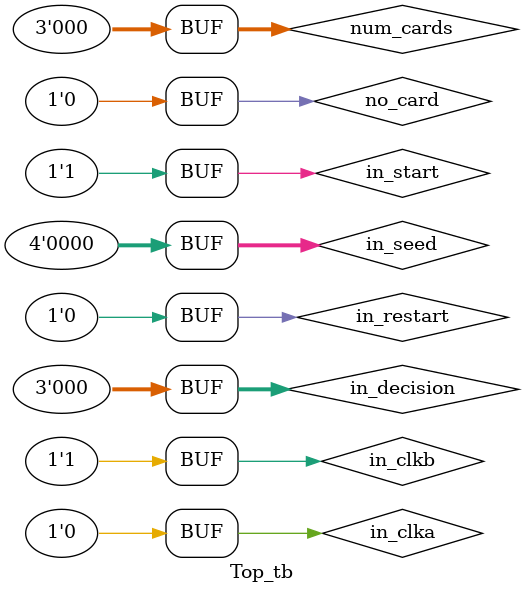
<source format=v>
module Top_tb();
    // Inputs to top_module
    reg  in_clka, in_clkb, in_restart, in_start, no_card;
    reg [2:0] in_decision;
    reg [2:0] num_cards;
    reg [3:0] in_seed;
    // Outputs from top_module
    wire [1:0] winner; 
    wire [2:0] P2_num_cards;
//    wire [3:0] state;
//    wire [2:0] gen_state;
    wire [5:0] top_card; 
    wire [23:0] P1_out;
    //create a top FSM system instance
    Project_Top p1 (.in_clka (in_clka),
           .in_clkb (in_clkb),
           .in_restart (in_restart),
           .in_start (in_start),
           .seed(in_seed),
           .P1_no (no_card),
           .P1_decision (in_decision),
           .num_cards (num_cards),
           .P1_out (P1_out),
           .max_card (top_card),
           .P2_num_cards (P2_num_cards),
           .winner (winner)
    );

    initial
    begin
        // cycle 0
        in_restart = 0;
        in_start = 0; 
        in_decision = 3'b0;
        num_cards = 3'b0;
        no_card = 0;
        // in_seed = 28'b0;
        in_clka = 0; in_clkb = 0; #10;
        in_clka = 1; in_clkb = 0; #10;
        in_clka = 0; in_clkb = 0; #10;
        in_clka = 0; in_clkb = 1; #10;


        // Cycle 1
        in_restart = 1;
        in_clka = 0; in_clkb = 0; #10;
        in_clka = 1; in_clkb = 0; #10;
        in_clka = 0; in_clkb = 0; #10;
        in_clka = 0; in_clkb = 1; #10;

        // Cycle 2 
        in_restart = 0;
        in_start = 1;
        in_clka = 0; in_clkb = 0; #10;
        in_clka = 1; in_clkb = 0; #10;
        in_clka = 0; in_clkb = 0; #10;
        in_clka = 0; in_clkb = 1; #10;

        // Cycle 3 (seed of 1)
        in_start = 0;
        in_seed = 4'b0001;
        in_clka = 0; in_clkb = 0; #10;
        in_clka = 1; in_clkb = 0; #10;
        in_clka = 0; in_clkb = 0; #10;
        in_clka = 0; in_clkb = 1; #10;

        // Cycle 4
        in_seed = 4'b0000;
        in_clka = 0; in_clkb = 0; #10;
        in_clka = 1; in_clkb = 0; #10;
        in_clka = 0; in_clkb = 0; #10;
        in_clka = 0; in_clkb = 1; #10;

        // Cycle 5
        in_clka = 0; in_clkb = 0; #10;
        in_clka = 1; in_clkb = 0; #10;
        in_clka = 0; in_clkb = 0; #10;
        in_clka = 0; in_clkb = 1; #10;

        // Cycle 6
        in_clka = 0; in_clkb = 0; #10;
        in_clka = 1; in_clkb = 0; #10;
        in_clka = 0; in_clkb = 0; #10;
        in_clka = 0; in_clkb = 1; #10;

        // Cycle 7
        in_clka = 0; in_clkb = 0; #10;
        in_clka = 1; in_clkb = 0; #10;
        in_clka = 0; in_clkb = 0; #10;
        in_clka = 0; in_clkb = 1; #10;

        // Cycle 8
        in_clka = 0; in_clkb = 0; #10;
        in_clka = 1; in_clkb = 0; #10;
        in_clka = 0; in_clkb = 0; #10;
        in_clka = 0; in_clkb = 1; #10;

        // Cycle 9
        in_clka = 0; in_clkb = 0; #10;
        in_clka = 1; in_clkb = 0; #10;
        in_clka = 0; in_clkb = 0; #10;
        in_clka = 0; in_clkb = 1; #10;

        // Cycle 10
        in_clka = 0; in_clkb = 0; #10;
        in_clka = 1; in_clkb = 0; #10;
        in_clka = 0; in_clkb = 0; #10;
        in_clka = 0; in_clkb = 1; #10;

        // cycle 11
        in_clka = 0; in_clkb = 0; #10;
        in_clka = 1; in_clkb = 0; #10;
        in_clka = 0; in_clkb = 0; #10;
        in_clka = 0; in_clkb = 1; #10;

        // Cycle 12
        in_clka = 0; in_clkb = 0; #10;
        in_clka = 1; in_clkb = 0; #10;
        in_clka = 0; in_clkb = 0; #10;
        in_clka = 0; in_clkb = 1; #10;

        // Cycle 13
        in_clka = 0; in_clkb = 0; #10;
        in_clka = 1; in_clkb = 0; #10;
        in_clka = 0; in_clkb = 0; #10;
        in_clka = 0; in_clkb = 1; #10;

        // Cycle 14
        in_clka = 0; in_clkb = 0; #10;
        in_clka = 1; in_clkb = 0; #10;
        in_clka = 0; in_clkb = 0; #10;
        in_clka = 0; in_clkb = 1; #10;

        // Cycle 15
        in_clka = 0; in_clkb = 0; #10;
        in_clka = 1; in_clkb = 0; #10;
        in_clka = 0; in_clkb = 0; #10;
        in_clka = 0; in_clkb = 1; #10;

        // Cycle 16
        in_clka = 0; in_clkb = 0; #10;
        in_clka = 1; in_clkb = 0; #10;
        in_clka = 0; in_clkb = 0; #10;
        in_clka = 0; in_clkb = 1; #10;

        // Cycle 17
        in_clka = 0; in_clkb = 0; #10;
        in_clka = 1; in_clkb = 0; #10;
        in_clka = 0; in_clkb = 0; #10;
        in_clka = 0; in_clkb = 1; #10;

        // cycle 18
        in_clka = 0; in_clkb = 0; #10;
        in_clka = 1; in_clkb = 0; #10;
        in_clka = 0; in_clkb = 0; #10;
        in_clka = 0; in_clkb = 1; #10;

        // cycle 19
        in_clka = 0; in_clkb = 0; #10;
        in_clka = 1; in_clkb = 0; #10;
        in_clka = 0; in_clkb = 0; #10;
        in_clka = 0; in_clkb = 1; #10;

        // cycle 20
        num_cards = 3'b100;
        in_clka = 0; in_clkb = 0; #10;
        in_clka = 1; in_clkb = 0; #10;
        in_clka = 0; in_clkb = 0; #10;
        in_clka = 0; in_clkb = 1; #10;

        // cycle 21 (P1 down card 1)
        in_decision = 3'b001;
        num_cards = 3'b0;
        in_clka = 0; in_clkb = 0; #10;
        in_clka = 1; in_clkb = 0; #10;
        in_clka = 0; in_clkb = 0; #10;
        in_clka = 0; in_clkb = 1; #10;

        // cycle 22 (Wait for round to finish)
        in_decision = 3'b000;
        in_clka = 0; in_clkb = 0; #10;
        in_clka = 1; in_clkb = 0; #10;
        in_clka = 0; in_clkb = 0; #10;
        in_clka = 0; in_clkb = 1; #10;

        // cycle 23 (Wait for round to finish)
        in_clka = 0; in_clkb = 0; #10;
        in_clka = 1; in_clkb = 0; #10;
        in_clka = 0; in_clkb = 0; #10;
        in_clka = 0; in_clkb = 1; #10;

        // cycle 24 (Wait for round to finish)
        in_clka = 0; in_clkb = 0; #10;
        in_clka = 1; in_clkb = 0; #10;
        in_clka = 0; in_clkb = 0; #10;
        in_clka = 0; in_clkb = 1; #10;

        // cycle 25 (Wait for round to finish)
        in_clka = 0; in_clkb = 0; #10;
        in_clka = 1; in_clkb = 0; #10;
        in_clka = 0; in_clkb = 0; #10;
        in_clka = 0; in_clkb = 1; #10;
        
        // cycle 26 (Wait for round to finish)
        in_clka = 0; in_clkb = 0; #10;
        in_clka = 1; in_clkb = 0; #10;
        in_clka = 0; in_clkb = 0; #10;
        in_clka = 0; in_clkb = 1; #10;

        // cycle 27 (Wait for round to finish)
        in_clka = 0; in_clkb = 0; #10;
        in_clka = 1; in_clkb = 0; #10;
        in_clka = 0; in_clkb = 0; #10;
        in_clka = 0; in_clkb = 1; #10;

        // cycle 28 (Wait for round to finish)
        in_clka = 0; in_clkb = 0; #10;
        in_clka = 1; in_clkb = 0; #10;
        in_clka = 0; in_clkb = 0; #10;
        in_clka = 0; in_clkb = 1; #10;

        // cycle 29 (Wait for round to finish)
        in_clka = 0; in_clkb = 0; #10;
        in_clka = 1; in_clkb = 0; #10;
        in_clka = 0; in_clkb = 0; #10;
        in_clka = 0; in_clkb = 1; #10;

        // cycle 30 (Player 1 puts down card 4)
        in_decision = 3'b100;
        in_clka = 0; in_clkb = 0; #10;
        in_clka = 1; in_clkb = 0; #10;
        in_clka = 0; in_clkb = 0; #10;
        in_clka = 0; in_clkb = 1; #10;

        // cycle 31 (Wait for round to finish)
        in_decision = 3'b000;
        in_clka = 0; in_clkb = 0; #10;
        in_clka = 1; in_clkb = 0; #10;
        in_clka = 0; in_clkb = 0; #10;
        in_clka = 0; in_clkb = 1; #10;

        // cycle 32 (Wait for round to finish)
        in_clka = 0; in_clkb = 0; #10;
        in_clka = 1; in_clkb = 0; #10;
        in_clka = 0; in_clkb = 0; #10;
        in_clka = 0; in_clkb = 1; #10;

        // cycle 33 (Wait for round to finish)
        in_clka = 0; in_clkb = 0; #10;
        in_clka = 1; in_clkb = 0; #10;
        in_clka = 0; in_clkb = 0; #10;
        in_clka = 0; in_clkb = 1; #10;

        // cycle 34 (Wait for round to finish)
        in_clka = 0; in_clkb = 0; #10;
        in_clka = 1; in_clkb = 0; #10;
        in_clka = 0; in_clkb = 0; #10;
        in_clka = 0; in_clkb = 1; #10;

        // cycle 35 (Wait for round to finish)
        in_clka = 0; in_clkb = 0; #10;
        in_clka = 1; in_clkb = 0; #10;
        in_clka = 0; in_clkb = 0; #10;
        in_clka = 0; in_clkb = 1; #10;

        // cycle 36 (Wait for round to finish)
        in_clka = 0; in_clkb = 0; #10;
        in_clka = 1; in_clkb = 0; #10;
        in_clka = 0; in_clkb = 0; #10;
        in_clka = 0; in_clkb = 1; #10;

        // cycle 37 (Wait for round to finish)
        in_clka = 0; in_clkb = 0; #10;
        in_clka = 1; in_clkb = 0; #10;
        in_clka = 0; in_clkb = 0; #10;
        in_clka = 0; in_clkb = 1; #10;

        // cycle 38 (Wait for round to finish)
        in_clka = 0; in_clkb = 0; #10;
        in_clka = 1; in_clkb = 0; #10;
        in_clka = 0; in_clkb = 0; #10;
        in_clka = 0; in_clkb = 1; #10;

        // cycle 39 (P1 puts down no card)
        in_decision = 3'b000;
	  no_card = 1'b1;
        in_clka = 0; in_clkb = 0; #10;
        in_clka = 1; in_clkb = 0; #10;
        in_clka = 0; in_clkb = 0; #10;
        in_clka = 0; in_clkb = 1; #10;

        // cycle 40 (Wait for round to finish)
	  no_card = 1'b0;
        in_decision = 3'b000;
        in_clka = 0; in_clkb = 0; #10;
        in_clka = 1; in_clkb = 0; #10;
        in_clka = 0; in_clkb = 0; #10;
        in_clka = 0; in_clkb = 1; #10;

        // cycle 41 (Wait for round to finish)
        in_clka = 0; in_clkb = 0; #10;
        in_clka = 1; in_clkb = 0; #10;
        in_clka = 0; in_clkb = 0; #10;
        in_clka = 0; in_clkb = 1; #10;

        // cycle 42 (Wait for round to finish)
        in_clka = 0; in_clkb = 0; #10;
        in_clka = 1; in_clkb = 0; #10;
        in_clka = 0; in_clkb = 0; #10;
        in_clka = 0; in_clkb = 1; #10;

        // cycle 43 (Wait for round to finish)
        in_clka = 0; in_clkb = 0; #10;
        in_clka = 1; in_clkb = 0; #10;
        in_clka = 0; in_clkb = 0; #10;
        in_clka = 0; in_clkb = 1; #10;

        // cycle 44 ((Wait for round to finish)
        in_clka = 0; in_clkb = 0; #10;
        in_clka = 1; in_clkb = 0; #10;
        in_clka = 0; in_clkb = 0; #10;
        in_clka = 0; in_clkb = 1; #10;

        // cycle 45 (Wait for round to finish)
        in_clka = 0; in_clkb = 0; #10;
        in_clka = 1; in_clkb = 0; #10;
        in_clka = 0; in_clkb = 0; #10;
        in_clka = 0; in_clkb = 1; #10;

        // cycle 46 (Wait for round to finish)
        in_clka = 0; in_clkb = 0; #10;
        in_clka = 1; in_clkb = 0; #10;
        in_clka = 0; in_clkb = 0; #10;
        in_clka = 0; in_clkb = 1; #10;

        // cycle 47 (Wait for round to finish)
        in_clka = 0; in_clkb = 0; #10;
        in_clka = 1; in_clkb = 0; #10;
        in_clka = 0; in_clkb = 0; #10;
        in_clka = 0; in_clkb = 1; #10;

        // cycle 48 (Wait for round to finish)
        in_clka = 0; in_clkb = 0; #10;
        in_clka = 1; in_clkb = 0; #10;
        in_clka = 0; in_clkb = 0; #10;
        in_clka = 0; in_clkb = 1; #10;

        // cycle 49 (Wait for round to finish)
        in_clka = 0; in_clkb = 0; #10;
        in_clka = 1; in_clkb = 0; #10;
        in_clka = 0; in_clkb = 0; #10;
        in_clka = 0; in_clkb = 1; #10;

	  // cycle 39 (P1 puts down card 3)
        in_decision = 3'b011;
	  no_card = 1'b1;
        in_clka = 0; in_clkb = 0; #10;
        in_clka = 1; in_clkb = 0; #10;
        in_clka = 0; in_clkb = 0; #10;
        in_clka = 0; in_clkb = 1; #10;

        // cycle 40 ((Wait for round to finish)
	  // no_card = 3'b0;
        in_decision = 3'b000;
        in_clka = 0; in_clkb = 0; #10;
        in_clka = 1; in_clkb = 0; #10;
        in_clka = 0; in_clkb = 0; #10;
        in_clka = 0; in_clkb = 1; #10;

        // cycle 41 (Wait for round to finish)
        in_clka = 0; in_clkb = 0; #10;
        in_clka = 1; in_clkb = 0; #10;
        in_clka = 0; in_clkb = 0; #10;
        in_clka = 0; in_clkb = 1; #10;

        // cycle 42 (Wait for round to finish)
        in_clka = 0; in_clkb = 0; #10;
        in_clka = 1; in_clkb = 0; #10;
        in_clka = 0; in_clkb = 0; #10;
        in_clka = 0; in_clkb = 1; #10;

        // cycle 43 (Wait for round to finish)
        in_clka = 0; in_clkb = 0; #10;
        in_clka = 1; in_clkb = 0; #10;
        in_clka = 0; in_clkb = 0; #10;
        in_clka = 0; in_clkb = 1; #10;

        // cycle 44 ((Wait for round to finish)
        in_clka = 0; in_clkb = 0; #10;
        in_clka = 1; in_clkb = 0; #10;
        in_clka = 0; in_clkb = 0; #10;
        in_clka = 0; in_clkb = 1; #10;

        // cycle 45 (Wait for round to finish)
        in_clka = 0; in_clkb = 0; #10;
        in_clka = 1; in_clkb = 0; #10;
        in_clka = 0; in_clkb = 0; #10;
        in_clka = 0; in_clkb = 1; #10;

        // cycle 46 (Wait for round to finish)
        in_clka = 0; in_clkb = 0; #10;
        in_clka = 1; in_clkb = 0; #10;
        in_clka = 0; in_clkb = 0; #10;
        in_clka = 0; in_clkb = 1; #10;

        // cycle 47 (Wait for round to finish)
        in_clka = 0; in_clkb = 0; #10;
        in_clka = 1; in_clkb = 0; #10;
        in_clka = 0; in_clkb = 0; #10;
        in_clka = 0; in_clkb = 1; #10;

        // cycle 48 (P1 should win around here)
        in_clka = 0; in_clkb = 0; #10;
        in_clka = 1; in_clkb = 0; #10;
        in_clka = 0; in_clkb = 0; #10;
        in_clka = 0; in_clkb = 1; #10;

        // cycle 49 (Wait for round to finish)
        in_clka = 0; in_clkb = 0; #10;
        in_clka = 1; in_clkb = 0; #10;
        in_clka = 0; in_clkb = 0; #10;
        in_clka = 0; in_clkb = 1; #10;

        // cycle 50 (Start the game again)
        in_start = 1;
        in_clka = 0; in_clkb = 0; #10;
        in_clka = 1; in_clkb = 0; #10;
        in_clka = 0; in_clkb = 0; #10;
        in_clka = 0; in_clkb = 1; #10;

        // cycle 51 (Seed of 2)
	  in_restart = 0;
        in_seed = 4'b0011;
        in_clka = 0; in_clkb = 0; #10;
        in_clka = 1; in_clkb = 0; #10;
        in_clka = 0; in_clkb = 0; #10;
        in_clka = 0; in_clkb = 1; #10;

        // cycle 52 (Wait for round to finish)
        in_seed = 4'b0000;
        in_clka = 0; in_clkb = 0; #10;
        in_clka = 1; in_clkb = 0; #10;
        in_clka = 0; in_clkb = 0; #10;
        in_clka = 0; in_clkb = 1; #10;

         // Cycle 53
        in_clka = 0; in_clkb = 0; #10;
        in_clka = 1; in_clkb = 0; #10;
        in_clka = 0; in_clkb = 0; #10;
        in_clka = 0; in_clkb = 1; #10;

        // Cycle 54
        in_clka = 0; in_clkb = 0; #10;
        in_clka = 1; in_clkb = 0; #10;
        in_clka = 0; in_clkb = 0; #10;
        in_clka = 0; in_clkb = 1; #10;

        // Cycle 55
        in_clka = 0; in_clkb = 0; #10;
        in_clka = 1; in_clkb = 0; #10;
        in_clka = 0; in_clkb = 0; #10;
        in_clka = 0; in_clkb = 1; #10;

        // Cycle 56
        in_clka = 0; in_clkb = 0; #10;
        in_clka = 1; in_clkb = 0; #10;
        in_clka = 0; in_clkb = 0; #10;
        in_clka = 0; in_clkb = 1; #10;

        // Cycle 57
        in_clka = 0; in_clkb = 0; #10;
        in_clka = 1; in_clkb = 0; #10;
        in_clka = 0; in_clkb = 0; #10;
        in_clka = 0; in_clkb = 1; #10;

        // Cycle 58
        in_clka = 0; in_clkb = 0; #10;
        in_clka = 1; in_clkb = 0; #10;
        in_clka = 0; in_clkb = 0; #10;
        in_clka = 0; in_clkb = 1; #10;

        // Cycle 59
        in_clka = 0; in_clkb = 0; #10;
        in_clka = 1; in_clkb = 0; #10;
        in_clka = 0; in_clkb = 0; #10;
        in_clka = 0; in_clkb = 1; #10;

        // cycle 60
        in_clka = 0; in_clkb = 0; #10;
        in_clka = 1; in_clkb = 0; #10;
        in_clka = 0; in_clkb = 0; #10;
        in_clka = 0; in_clkb = 1; #10;

        // Cycle 61
        in_clka = 0; in_clkb = 0; #10;
        in_clka = 1; in_clkb = 0; #10;
        in_clka = 0; in_clkb = 0; #10;
        in_clka = 0; in_clkb = 1; #10;

        // Cycle 62
        in_clka = 0; in_clkb = 0; #10;
        in_clka = 1; in_clkb = 0; #10;
        in_clka = 0; in_clkb = 0; #10;
        in_clka = 0; in_clkb = 1; #10;

        // Cycle 63
        in_clka = 0; in_clkb = 0; #10;
        in_clka = 1; in_clkb = 0; #10;
        in_clka = 0; in_clkb = 0; #10;
        in_clka = 0; in_clkb = 1; #10;

        // Cycle 64
        in_clka = 0; in_clkb = 0; #10;
        in_clka = 1; in_clkb = 0; #10;
        in_clka = 0; in_clkb = 0; #10;
        in_clka = 0; in_clkb = 1; #10;

        // Cycle 65
        in_clka = 0; in_clkb = 0; #10;
        in_clka = 1; in_clkb = 0; #10;
        in_clka = 0; in_clkb = 0; #10;
        in_clka = 0; in_clkb = 1; #10;

        // Cycle 66
        in_clka = 0; in_clkb = 0; #10;
        in_clka = 1; in_clkb = 0; #10;
        in_clka = 0; in_clkb = 0; #10;
        in_clka = 0; in_clkb = 1; #10;

        // cycle 67
        in_clka = 0; in_clkb = 0; #10;
        in_clka = 1; in_clkb = 0; #10;
        in_clka = 0; in_clkb = 0; #10;
        in_clka = 0; in_clkb = 1; #10;

        // cycle 68 
        num_cards = 3'b100;
        in_clka = 0; in_clkb = 0; #10;
        in_clka = 1; in_clkb = 0; #10;
        in_clka = 0; in_clkb = 0; #10;
        in_clka = 0; in_clkb = 1; #10;

        // cycle 69
        num_cards = 3'b000;
        in_clka = 0; in_clkb = 0; #10;
        in_clka = 1; in_clkb = 0; #10;
        in_clka = 0; in_clkb = 0; #10;
        in_clka = 0; in_clkb = 1; #10;

        // cycle 70 (P1 puts down card 1)
        in_decision = 3'b001;
        in_clka = 0; in_clkb = 0; #10;
        in_clka = 1; in_clkb = 0; #10;
        in_clka = 0; in_clkb = 0; #10;
        in_clka = 0; in_clkb = 1; #10;

        // cycle 71 (Wait for round to finish)
        in_decision = 3'b000;
        in_clka = 0; in_clkb = 0; #10;
        in_clka = 1; in_clkb = 0; #10;
        in_clka = 0; in_clkb = 0; #10;
        in_clka = 0; in_clkb = 1; #10;

        // cycle 72 (Wait for round to finish)
        in_clka = 0; in_clkb = 0; #10;
        in_clka = 1; in_clkb = 0; #10;
        in_clka = 0; in_clkb = 0; #10;
        in_clka = 0; in_clkb = 1; #10;

        // cycle 73 (Wait for round to finish)
        in_clka = 0; in_clkb = 0; #10;
        in_clka = 1; in_clkb = 0; #10;
        in_clka = 0; in_clkb = 0; #10;
        in_clka = 0; in_clkb = 1; #10;

        // cycle 74 (Wait for round to finish)
        in_clka = 0; in_clkb = 0; #10;
        in_clka = 1; in_clkb = 0; #10;
        in_clka = 0; in_clkb = 0; #10;
        in_clka = 0; in_clkb = 1; #10;
        
        // cycle 75 (Wait for round to finish)
        in_clka = 0; in_clkb = 0; #10;
        in_clka = 1; in_clkb = 0; #10;
        in_clka = 0; in_clkb = 0; #10;
        in_clka = 0; in_clkb = 1; #10;

        // cycle 76 (Wait for round to finish)
        in_clka = 0; in_clkb = 0; #10;
        in_clka = 1; in_clkb = 0; #10;
        in_clka = 0; in_clkb = 0; #10;
        in_clka = 0; in_clkb = 1; #10;

        // cycle 77 (Wait for round to finish)
        in_clka = 0; in_clkb = 0; #10;
        in_clka = 1; in_clkb = 0; #10;
        in_clka = 0; in_clkb = 0; #10;
        in_clka = 0; in_clkb = 1; #10;

        // cycle 78 (Wait for round to finish)
        in_clka = 0; in_clkb = 0; #10;
        in_clka = 1; in_clkb = 0; #10;
        in_clka = 0; in_clkb = 0; #10;
        in_clka = 0; in_clkb = 1; #10;

         // cycle 79 (P1 puts down card 2)
        in_decision = 3'b010;
	  no_card = 1;
        in_clka = 0; in_clkb = 0; #10;
        in_clka = 1; in_clkb = 0; #10;
        in_clka = 0; in_clkb = 0; #10;
        in_clka = 0; in_clkb = 1; #10;

        // cycle 80 (Wait for round to finish)
        in_decision = 3'b000;
	  no_card = 0;
        in_clka = 0; in_clkb = 0; #10;
        in_clka = 1; in_clkb = 0; #10;
        in_clka = 0; in_clkb = 0; #10;
        in_clka = 0; in_clkb = 1; #10;
        
        // cycle 81 (Wait for round to finish)
        in_clka = 0; in_clkb = 0; #10;
        in_clka = 1; in_clkb = 0; #10;
        in_clka = 0; in_clkb = 0; #10;
        in_clka = 0; in_clkb = 1; #10;

        // cycle 82 (Wait for round to finish)
        in_clka = 0; in_clkb = 0; #10;
        in_clka = 1; in_clkb = 0; #10;
        in_clka = 0; in_clkb = 0; #10;
        in_clka = 0; in_clkb = 1; #10;

        // cycle 83 (Wait for round to finish)
        in_clka = 0; in_clkb = 0; #10;
        in_clka = 1; in_clkb = 0; #10;
        in_clka = 0; in_clkb = 0; #10;
        in_clka = 0; in_clkb = 1; #10;

        // cycle 84 (Wait for round to finish)
        in_clka = 0; in_clkb = 0; #10;
        in_clka = 1; in_clkb = 0; #10;
        in_clka = 0; in_clkb = 0; #10;
        in_clka = 0; in_clkb = 1; #10;

        // cycle 85 (Wait for round to finish)
        in_clka = 0; in_clkb = 0; #10;
        in_clka = 1; in_clkb = 0; #10;
        in_clka = 0; in_clkb = 0; #10;
        in_clka = 0; in_clkb = 1; #10;

        // cycle 86 (Wait for round to finish)
        in_clka = 0; in_clkb = 0; #10;
        in_clka = 1; in_clkb = 0; #10;
        in_clka = 0; in_clkb = 0; #10;
        in_clka = 0; in_clkb = 1; #10;

        // cycle 87 (Wait for round to finish)
        in_clka = 0; in_clkb = 0; #10;
        in_clka = 1; in_clkb = 0; #10;
        in_clka = 0; in_clkb = 0; #10;
        in_clka = 0; in_clkb = 1; #10;

        // cycle 88 (P1 down card 4)
        in_decision = 3'b100;
	  no_card = 1;
        in_clka = 0; in_clkb = 0; #10;
        in_clka = 1; in_clkb = 0; #10;
        in_clka = 0; in_clkb = 0; #10;
        in_clka = 0; in_clkb = 1; #10;

        // cycle 89 (Wait for round to finish)
        in_decision = 3'b000;
	  no_card = 0;
        in_clka = 0; in_clkb = 0; #10;
        in_clka = 1; in_clkb = 0; #10;
        in_clka = 0; in_clkb = 0; #10;
        in_clka = 0; in_clkb = 1; #10;

        // cycle 90 (Wait for round to finish)
        in_clka = 0; in_clkb = 0; #10;
        in_clka = 1; in_clkb = 0; #10;
        in_clka = 0; in_clkb = 0; #10;
        in_clka = 0; in_clkb = 1; #10;

        // cycle 91 (Wait for round to finish)
        no_card = 1;
        in_clka = 0; in_clkb = 0; #10;
        in_clka = 1; in_clkb = 0; #10;
        in_clka = 0; in_clkb = 0; #10;
        in_clka = 0; in_clkb = 1; #10;

        // cycle 92 (Wait for round to finish)
        no_card = 0;
        in_clka = 0; in_clkb = 0; #10;
        in_clka = 1; in_clkb = 0; #10;
        in_clka = 0; in_clkb = 0; #10;
        in_clka = 0; in_clkb = 1; #10;
        
        // cycle 93 (Wait for round to finish)
        in_clka = 0; in_clkb = 0; #10;
        in_clka = 1; in_clkb = 0; #10;
        in_clka = 0; in_clkb = 0; #10;
        in_clka = 0; in_clkb = 1; #10;

        // cycle 94 (Wait for round to finish)
        in_clka = 0; in_clkb = 0; #10;
        in_clka = 1; in_clkb = 0; #10;
        in_clka = 0; in_clkb = 0; #10;
        in_clka = 0; in_clkb = 1; #10;

        // cycle 95 (Wait for round to finish)
        in_clka = 0; in_clkb = 0; #10;
        in_clka = 1; in_clkb = 0; #10;
        in_clka = 0; in_clkb = 0; #10;
        in_clka = 0; in_clkb = 1; #10;

        // cycle 96 (Wait for round to finish)
        in_clka = 0; in_clkb = 0; #10;
        in_clka = 1; in_clkb = 0; #10;
        in_clka = 0; in_clkb = 0; #10;
        in_clka = 0; in_clkb = 1; #10;

        // cycle 97 (Wait for round to finish)
        in_clka = 0; in_clkb = 0; #10;
        in_clka = 1; in_clkb = 0; #10;
        in_clka = 0; in_clkb = 0; #10;
        in_clka = 0; in_clkb = 1; #10;

        // cycle 98 (Wait for round to finish)
        in_clka = 0; in_clkb = 0; #10;
        in_clka = 1; in_clkb = 0; #10;
        in_clka = 0; in_clkb = 0; #10;
        in_clka = 0; in_clkb = 1; #10;
        
        // cycle 99 (P1 puts down no cards)
        in_decision = 3'b000;
	  no_card = 1;
        in_clka = 0; in_clkb = 0; #10;
        in_clka = 1; in_clkb = 0; #10;
        in_clka = 0; in_clkb = 0; #10;
        in_clka = 0; in_clkb = 1; #10;

        // cycle 100 (Wait for round to finish)
        in_decision = 3'b000;
	  no_card = 0;
        in_clka = 0; in_clkb = 0; #10;
        in_clka = 1; in_clkb = 0; #10;
        in_clka = 0; in_clkb = 0; #10;
        in_clka = 0; in_clkb = 1; #10;

        // cycle 101 (Wait for round to finish)
        in_clka = 0; in_clkb = 0; #10;
        in_clka = 1; in_clkb = 0; #10;
        in_clka = 0; in_clkb = 0; #10;
        in_clka = 0; in_clkb = 1; #10;

        // cycle 102 (Wait for round to finish)
        in_clka = 0; in_clkb = 0; #10;
        in_clka = 1; in_clkb = 0; #10;
        in_clka = 0; in_clkb = 0; #10;
        in_clka = 0; in_clkb = 1; #10;

        // cycle 103 (Wait for round to finish)
        in_clka = 0; in_clkb = 0; #10;
        in_clka = 1; in_clkb = 0; #10;
        in_clka = 0; in_clkb = 0; #10;
        in_clka = 0; in_clkb = 1; #10;

        // cycle 104 (Wait for round to finish)
        in_clka = 0; in_clkb = 0; #10;
        in_clka = 1; in_clkb = 0; #10;
        in_clka = 0; in_clkb = 0; #10;
        in_clka = 0; in_clkb = 1; #10;

        // cycle 105 (Wait for round to finish)
        in_clka = 0; in_clkb = 0; #10;
        in_clka = 1; in_clkb = 0; #10;
        in_clka = 0; in_clkb = 0; #10;
        in_clka = 0; in_clkb = 1; #10;

        // cycle 106 (Wait for round to finish)
        in_clka = 0; in_clkb = 0; #10;
        in_clka = 1; in_clkb = 0; #10;
        in_clka = 0; in_clkb = 0; #10;
        in_clka = 0; in_clkb = 1; #10;

        
        // cycle 107 (Wait for round to finish)
        in_clka = 0; in_clkb = 0; #10;
        in_clka = 1; in_clkb = 0; #10;
        in_clka = 0; in_clkb = 0; #10;
        in_clka = 0; in_clkb = 1; #10;

        
        // cycle 108 (Wait for round to finish)
        in_clka = 0; in_clkb = 0; #10;
        in_clka = 1; in_clkb = 0; #10;
        in_clka = 0; in_clkb = 0; #10;
        in_clka = 0; in_clkb = 1; #10;

        // cycle 109 (Wait for round to finish)
        in_clka = 0; in_clkb = 0; #10;
        in_clka = 1; in_clkb = 0; #10;
        in_clka = 0; in_clkb = 0; #10;
        in_clka = 0; in_clkb = 1; #10;

        
        // cycle 110 (Wait for round to finish)
        in_clka = 0; in_clkb = 0; #10;
        in_clka = 1; in_clkb = 0; #10;
        in_clka = 0; in_clkb = 0; #10;
        in_clka = 0; in_clkb = 1; #10;

	  // cycle 101 (Wait for round to finish)
        in_clka = 0; in_clkb = 0; #10;
        in_clka = 1; in_clkb = 0; #10;
        in_clka = 0; in_clkb = 0; #10;
        in_clka = 0; in_clkb = 1; #10;

        // cycle 102 (Wait for round to finish)
        in_clka = 0; in_clkb = 0; #10;
        in_clka = 1; in_clkb = 0; #10;
        in_clka = 0; in_clkb = 0; #10;
        in_clka = 0; in_clkb = 1; #10;

        // cycle 103 (Wait for round to finish)
        in_clka = 0; in_clkb = 0; #10;
        in_clka = 1; in_clkb = 0; #10;
        in_clka = 0; in_clkb = 0; #10;
        in_clka = 0; in_clkb = 1; #10;

        // cycle 104 (Wait for round to finish)
        in_clka = 0; in_clkb = 0; #10;
        in_clka = 1; in_clkb = 0; #10;
        in_clka = 0; in_clkb = 0; #10;
        in_clka = 0; in_clkb = 1; #10;

        // cycle 105 (Wait for round to finish)
        in_clka = 0; in_clkb = 0; #10;
        in_clka = 1; in_clkb = 0; #10;
        in_clka = 0; in_clkb = 0; #10;
        in_clka = 0; in_clkb = 1; #10;

        // cycle 106 (Wait for round to finish)
        in_clka = 0; in_clkb = 0; #10;
        in_clka = 1; in_clkb = 0; #10;
        in_clka = 0; in_clkb = 0; #10;
        in_clka = 0; in_clkb = 1; #10;

        
        // cycle 107 (Wait for round to finish)
        in_clka = 0; in_clkb = 0; #10;
        in_clka = 1; in_clkb = 0; #10;
        in_clka = 0; in_clkb = 0; #10;
        in_clka = 0; in_clkb = 1; #10;

        
        // cycle 108 (Wait for round to finish)
        in_clka = 0; in_clkb = 0; #10;
        in_clka = 1; in_clkb = 0; #10;
        in_clka = 0; in_clkb = 0; #10;
        in_clka = 0; in_clkb = 1; #10;

        // cycle 109 (Wait for round to finish)
        in_clka = 0; in_clkb = 0; #10;
        in_clka = 1; in_clkb = 0; #10;
        in_clka = 0; in_clkb = 0; #10;
        in_clka = 0; in_clkb = 1; #10;

        
        // cycle 110 (Wait for round to finish)
        in_clka = 0; in_clkb = 0; #10;
        in_clka = 1; in_clkb = 0; #10;
        in_clka = 0; in_clkb = 0; #10;
        in_clka = 0; in_clkb = 1; #10;

	  // cycle 91 (Wait for round to finish)
        no_card = 1;
        in_clka = 0; in_clkb = 0; #10;
        in_clka = 1; in_clkb = 0; #10;
        in_clka = 0; in_clkb = 0; #10;
        in_clka = 0; in_clkb = 1; #10;

        // cycle 92 (Wait for round to finish)
        no_card = 0;
        in_clka = 0; in_clkb = 0; #10;
        in_clka = 1; in_clkb = 0; #10;
        in_clka = 0; in_clkb = 0; #10;
        in_clka = 0; in_clkb = 1; #10;
        
        // cycle 93 (Wait for round to finish)
        in_clka = 0; in_clkb = 0; #10;
        in_clka = 1; in_clkb = 0; #10;
        in_clka = 0; in_clkb = 0; #10;
        in_clka = 0; in_clkb = 1; #10;

        // cycle 94 (Wait for round to finish)
        in_clka = 0; in_clkb = 0; #10;
        in_clka = 1; in_clkb = 0; #10;
        in_clka = 0; in_clkb = 0; #10;
        in_clka = 0; in_clkb = 1; #10;

        // cycle 95 (Wait for round to finish)
        in_clka = 0; in_clkb = 0; #10;
        in_clka = 1; in_clkb = 0; #10;
        in_clka = 0; in_clkb = 0; #10;
        in_clka = 0; in_clkb = 1; #10;

        // cycle 96 (Wait for round to finish)
        in_clka = 0; in_clkb = 0; #10;
        in_clka = 1; in_clkb = 0; #10;
        in_clka = 0; in_clkb = 0; #10;
        in_clka = 0; in_clkb = 1; #10;

        // cycle 97 (Wait for round to finish)
        in_clka = 0; in_clkb = 0; #10;
        in_clka = 1; in_clkb = 0; #10;
        in_clka = 0; in_clkb = 0; #10;
        in_clka = 0; in_clkb = 1; #10;

        // cycle 98 (Wait for round to finish)
        in_clka = 0; in_clkb = 0; #10;
        in_clka = 1; in_clkb = 0; #10;
        in_clka = 0; in_clkb = 0; #10;
        in_clka = 0; in_clkb = 1; #10;
        
        // cycle 99 (P1 puts down no card)
        in_decision = 3'b000;
	  no_card = 1;
        in_clka = 0; in_clkb = 0; #10;
        in_clka = 1; in_clkb = 0; #10;
        in_clka = 0; in_clkb = 0; #10;
        in_clka = 0; in_clkb = 1; #10;

        // cycle 100 (Wait for round to finish)
        in_decision = 3'b000;
	  no_card = 0;
        in_clka = 0; in_clkb = 0; #10;
        in_clka = 1; in_clkb = 0; #10;
        in_clka = 0; in_clkb = 0; #10;
        in_clka = 0; in_clkb = 1; #10;

        // cycle 101 (Wait for round to finish)
        in_clka = 0; in_clkb = 0; #10;
        in_clka = 1; in_clkb = 0; #10;
        in_clka = 0; in_clkb = 0; #10;
        in_clka = 0; in_clkb = 1; #10;

        // cycle 102 (Wait for round to finish)
        in_clka = 0; in_clkb = 0; #10;
        in_clka = 1; in_clkb = 0; #10;
        in_clka = 0; in_clkb = 0; #10;
        in_clka = 0; in_clkb = 1; #10;

        // cycle 103 (Wait for round to finish)
        in_clka = 0; in_clkb = 0; #10;
        in_clka = 1; in_clkb = 0; #10;
        in_clka = 0; in_clkb = 0; #10;
        in_clka = 0; in_clkb = 1; #10;

        // cycle 104 (Wait for round to finish)
        in_clka = 0; in_clkb = 0; #10;
        in_clka = 1; in_clkb = 0; #10;
        in_clka = 0; in_clkb = 0; #10;
        in_clka = 0; in_clkb = 1; #10;

        // cycle 105 (Wait for round to finish)
        in_clka = 0; in_clkb = 0; #10;
        in_clka = 1; in_clkb = 0; #10;
        in_clka = 0; in_clkb = 0; #10;
        in_clka = 0; in_clkb = 1; #10;

        // cycle 106 (Wait for round to finish)
        in_clka = 0; in_clkb = 0; #10;
        in_clka = 1; in_clkb = 0; #10;
        in_clka = 0; in_clkb = 0; #10;
        in_clka = 0; in_clkb = 1; #10;

        
        // cycle 107 (Wait for round to finish)
        in_clka = 0; in_clkb = 0; #10;
        in_clka = 1; in_clkb = 0; #10;
        in_clka = 0; in_clkb = 0; #10;
        in_clka = 0; in_clkb = 1; #10;

        
        // cycle 108 (Wait for round to finish)
        in_clka = 0; in_clkb = 0; #10;
        in_clka = 1; in_clkb = 0; #10;
        in_clka = 0; in_clkb = 0; #10;
        in_clka = 0; in_clkb = 1; #10;

        // cycle 109 (Wait for round to finish)
        in_clka = 0; in_clkb = 0; #10;
        in_clka = 1; in_clkb = 0; #10;
        in_clka = 0; in_clkb = 0; #10;
        in_clka = 0; in_clkb = 1; #10;

        
        // cycle 110 (Wait for round to finish)
        in_clka = 0; in_clkb = 0; #10;
        in_clka = 1; in_clkb = 0; #10;
        in_clka = 0; in_clkb = 0; #10;
        in_clka = 0; in_clkb = 1; #10;

	  // cycle 101 (Wait for round to finish)
        in_clka = 0; in_clkb = 0; #10;
        in_clka = 1; in_clkb = 0; #10;
        in_clka = 0; in_clkb = 0; #10;
        in_clka = 0; in_clkb = 1; #10;

        // cycle 102 (Wait for round to finish)
        in_clka = 0; in_clkb = 0; #10;
        in_clka = 1; in_clkb = 0; #10;
        in_clka = 0; in_clkb = 0; #10;
        in_clka = 0; in_clkb = 1; #10;

        // cycle 103 (Wait for round to finish)
        in_clka = 0; in_clkb = 0; #10;
        in_clka = 1; in_clkb = 0; #10;
        in_clka = 0; in_clkb = 0; #10;
        in_clka = 0; in_clkb = 1; #10;

        // cycle 104 (Wait for round to finish)
        in_clka = 0; in_clkb = 0; #10;
        in_clka = 1; in_clkb = 0; #10;
        in_clka = 0; in_clkb = 0; #10;
        in_clka = 0; in_clkb = 1; #10;

        // cycle 105 (P2 should win around here)
        in_clka = 0; in_clkb = 0; #10;
        in_clka = 1; in_clkb = 0; #10;
        in_clka = 0; in_clkb = 0; #10;
        in_clka = 0; in_clkb = 1; #10;

        // cycle 106 (Wait for round to finish)
        in_clka = 0; in_clkb = 0; #10;
        in_clka = 1; in_clkb = 0; #10;
        in_clka = 0; in_clkb = 0; #10;
        in_clka = 0; in_clkb = 1; #10;

        
        // cycle 107 (Wait for round to finish)
        in_clka = 0; in_clkb = 0; #10;
        in_clka = 1; in_clkb = 0; #10;
        in_clka = 0; in_clkb = 0; #10;
        in_clka = 0; in_clkb = 1; #10;

        
        // cycle 108 (Wait for round to finish)
        in_clka = 0; in_clkb = 0; #10;
        in_clka = 1; in_clkb = 0; #10;
        in_clka = 0; in_clkb = 0; #10;
        in_clka = 0; in_clkb = 1; #10;

        // cycle 109 (Wait for round to finish)
        in_clka = 0; in_clkb = 0; #10;
        in_clka = 1; in_clkb = 0; #10;
        in_clka = 0; in_clkb = 0; #10;
        in_clka = 0; in_clkb = 1; #10;

        
        // cycle 110 (Wait for round to finish)
        in_clka = 0; in_clkb = 0; #10;
        in_clka = 1; in_clkb = 0; #10;
        in_clka = 0; in_clkb = 0; #10;
        in_clka = 0; in_clkb = 1; #10;
        
        $dumpfile ("Top_tb.vcd"); 
        $dumpvars; 

    end

endmodule
</source>
